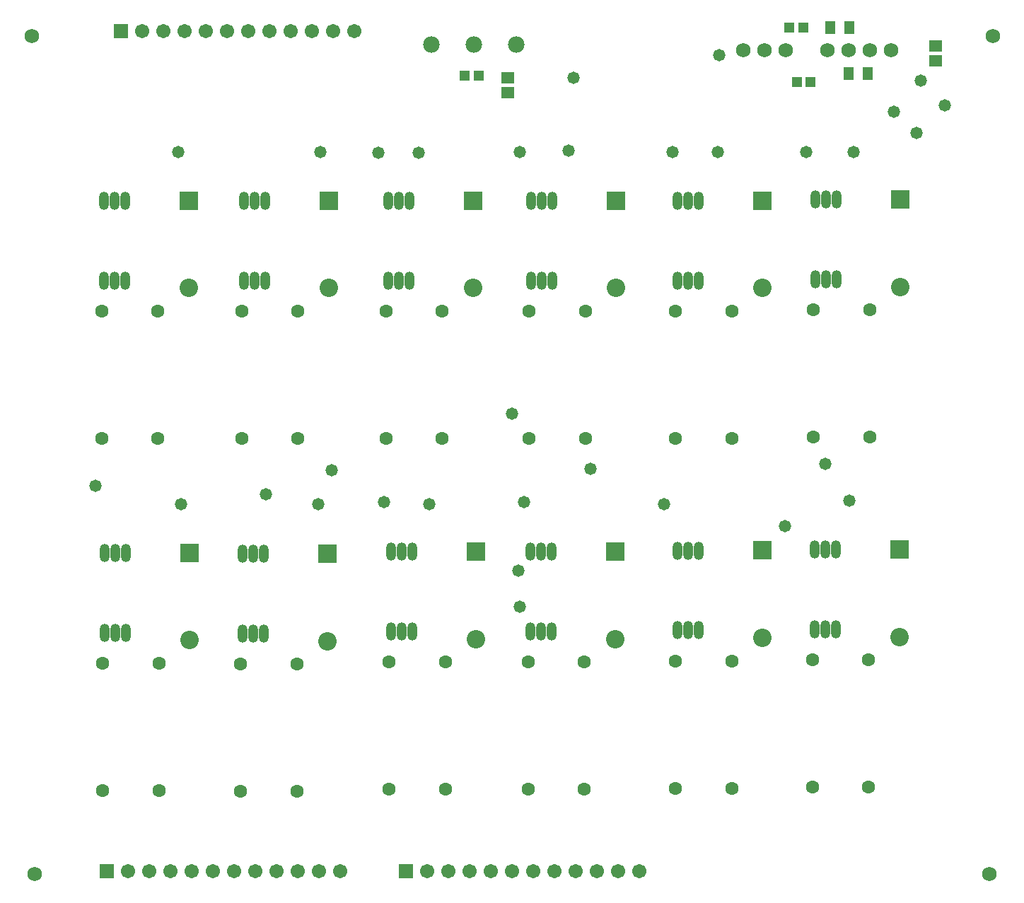
<source format=gbs>
G04 Layer_Color=16711935*
%FSLAX25Y25*%
%MOIN*%
G70*
G01*
G75*
%ADD33R,0.06312X0.05524*%
%ADD34C,0.07800*%
%ADD35C,0.06800*%
%ADD36R,0.08674X0.08674*%
%ADD37C,0.08674*%
%ADD38C,0.06312*%
%ADD39O,0.04737X0.08674*%
%ADD40O,0.04737X0.08674*%
%ADD41R,0.06706X0.06706*%
%ADD42C,0.06706*%
%ADD43C,0.05800*%
%ADD44R,0.05131X0.05131*%
%ADD45R,0.05131X0.05918*%
D33*
X240500Y-34457D02*
D03*
Y-41543D02*
D03*
X442000Y-19457D02*
D03*
Y-26543D02*
D03*
D34*
X204500Y-19000D02*
D03*
X224500D02*
D03*
X244500D02*
D03*
D35*
X351500Y-21500D02*
D03*
X361500D02*
D03*
X371500D02*
D03*
X391000D02*
D03*
X401000D02*
D03*
X411000D02*
D03*
X421000D02*
D03*
X469000Y-15000D02*
D03*
X467500Y-410000D02*
D03*
X17500D02*
D03*
X16000Y-15000D02*
D03*
D36*
X360500Y-92409D02*
D03*
X224000D02*
D03*
X291500D02*
D03*
X156000D02*
D03*
X90000D02*
D03*
X90500Y-258410D02*
D03*
X425500Y-91909D02*
D03*
X225500Y-257909D02*
D03*
X155500Y-258910D02*
D03*
X425000Y-256866D02*
D03*
X360500Y-257366D02*
D03*
X291000Y-257866D02*
D03*
D37*
X360500Y-133591D02*
D03*
X224000D02*
D03*
X291500D02*
D03*
X156000D02*
D03*
X90000D02*
D03*
X90500Y-299590D02*
D03*
X425500Y-133091D02*
D03*
X225500Y-299091D02*
D03*
X155500Y-300091D02*
D03*
X425000Y-298047D02*
D03*
X360500Y-298547D02*
D03*
X291000Y-299047D02*
D03*
D38*
X346000Y-144500D02*
D03*
Y-204500D02*
D03*
X319500Y-144500D02*
D03*
Y-204500D02*
D03*
X209500Y-144500D02*
D03*
Y-204500D02*
D03*
X183000Y-144500D02*
D03*
Y-204500D02*
D03*
X277000Y-144500D02*
D03*
Y-204500D02*
D03*
X250500Y-144500D02*
D03*
Y-204500D02*
D03*
X141500Y-144500D02*
D03*
Y-204500D02*
D03*
X115000Y-144500D02*
D03*
Y-204500D02*
D03*
X75500Y-144500D02*
D03*
Y-204500D02*
D03*
X49000Y-144500D02*
D03*
Y-204500D02*
D03*
X49500Y-370500D02*
D03*
Y-310500D02*
D03*
X76000Y-370500D02*
D03*
Y-310500D02*
D03*
X384500Y-204000D02*
D03*
Y-144000D02*
D03*
X411000Y-204000D02*
D03*
Y-144000D02*
D03*
X184500Y-370000D02*
D03*
Y-310000D02*
D03*
X211000Y-370000D02*
D03*
Y-310000D02*
D03*
X114500Y-371000D02*
D03*
Y-311000D02*
D03*
X141000Y-371000D02*
D03*
Y-311000D02*
D03*
X384000Y-368957D02*
D03*
Y-308957D02*
D03*
X410500Y-368957D02*
D03*
Y-308957D02*
D03*
X319500Y-369457D02*
D03*
Y-309457D02*
D03*
X346000Y-369457D02*
D03*
Y-309457D02*
D03*
X250000Y-369957D02*
D03*
Y-309957D02*
D03*
X276500Y-369957D02*
D03*
Y-309957D02*
D03*
D39*
X320500Y-92500D02*
D03*
X330500D02*
D03*
X320500Y-130043D02*
D03*
X330500D02*
D03*
X184000Y-92500D02*
D03*
X194000D02*
D03*
X184000Y-130043D02*
D03*
X194000D02*
D03*
X251500Y-92500D02*
D03*
X261500D02*
D03*
X251500Y-130043D02*
D03*
X261500D02*
D03*
X116000Y-92500D02*
D03*
X126000D02*
D03*
X116000Y-130043D02*
D03*
X126000D02*
D03*
X50000Y-92500D02*
D03*
X60000D02*
D03*
X50000Y-130043D02*
D03*
X60000D02*
D03*
X60500Y-296043D02*
D03*
X50500D02*
D03*
X60500Y-258500D02*
D03*
X50500D02*
D03*
X395500Y-129543D02*
D03*
X385500D02*
D03*
X395500Y-92000D02*
D03*
X385500D02*
D03*
X195500Y-295543D02*
D03*
X185500D02*
D03*
X195500Y-258000D02*
D03*
X185500D02*
D03*
X125500Y-296543D02*
D03*
X115500D02*
D03*
X125500Y-259000D02*
D03*
X115500D02*
D03*
X395000Y-294500D02*
D03*
X385000D02*
D03*
X395000Y-256957D02*
D03*
X385000D02*
D03*
X330500Y-295000D02*
D03*
X320500D02*
D03*
X330500Y-257457D02*
D03*
X320500D02*
D03*
X261000Y-295500D02*
D03*
X251000D02*
D03*
X261000Y-257957D02*
D03*
X251000D02*
D03*
D40*
X325500Y-92500D02*
D03*
X325500Y-130043D02*
D03*
X189000Y-92500D02*
D03*
X189000Y-130043D02*
D03*
X256500Y-92500D02*
D03*
X256500Y-130043D02*
D03*
X121000Y-92500D02*
D03*
X121000Y-130043D02*
D03*
X55000Y-92500D02*
D03*
X55000Y-130043D02*
D03*
X55500Y-296043D02*
D03*
X55500Y-258500D02*
D03*
X390500Y-129543D02*
D03*
X390500Y-92000D02*
D03*
X190500Y-295543D02*
D03*
X190500Y-258000D02*
D03*
X120500Y-296543D02*
D03*
X120500Y-259000D02*
D03*
X390000Y-294500D02*
D03*
X390000Y-256957D02*
D03*
X325500Y-295000D02*
D03*
X325500Y-257457D02*
D03*
X256000Y-295500D02*
D03*
X256000Y-257957D02*
D03*
D41*
X58000Y-12500D02*
D03*
X51500Y-408500D02*
D03*
X192500D02*
D03*
D42*
X68000Y-12500D02*
D03*
X78000D02*
D03*
X88000D02*
D03*
X98000D02*
D03*
X108000D02*
D03*
X118000D02*
D03*
X128000D02*
D03*
X138000D02*
D03*
X148000D02*
D03*
X158000D02*
D03*
X168000D02*
D03*
X61500Y-408500D02*
D03*
X71500D02*
D03*
X81500D02*
D03*
X91500D02*
D03*
X101500D02*
D03*
X111500D02*
D03*
X121500D02*
D03*
X131500D02*
D03*
X141500D02*
D03*
X151500D02*
D03*
X161500D02*
D03*
X202500D02*
D03*
X212500D02*
D03*
X222500D02*
D03*
X232500D02*
D03*
X242500D02*
D03*
X252500D02*
D03*
X262500D02*
D03*
X272500D02*
D03*
X282500D02*
D03*
X292500D02*
D03*
X302500D02*
D03*
D43*
X242500Y-193000D02*
D03*
X371000Y-246000D02*
D03*
X381043Y-69457D02*
D03*
X317957D02*
D03*
X246043D02*
D03*
X198500Y-70000D02*
D03*
X179413D02*
D03*
X157500Y-219500D02*
D03*
X85000Y-69500D02*
D03*
X152000D02*
D03*
X269000Y-69000D02*
D03*
X339500Y-69500D02*
D03*
X403500D02*
D03*
X46000Y-227000D02*
D03*
X86500Y-235500D02*
D03*
X126500Y-231000D02*
D03*
X151000Y-235500D02*
D03*
X182000Y-234500D02*
D03*
X203500Y-235500D02*
D03*
X248000Y-234500D02*
D03*
X279500Y-219000D02*
D03*
X314000Y-235500D02*
D03*
X390000Y-216500D02*
D03*
X401500Y-234000D02*
D03*
X340000Y-24000D02*
D03*
X271500Y-34500D02*
D03*
X435000Y-36000D02*
D03*
X422500Y-50500D02*
D03*
X433000Y-60500D02*
D03*
X245500Y-267000D02*
D03*
X246000Y-284000D02*
D03*
X446500Y-47500D02*
D03*
D44*
X373252Y-11000D02*
D03*
X379748D02*
D03*
X376752Y-36500D02*
D03*
X383248D02*
D03*
X220252Y-33500D02*
D03*
X226748D02*
D03*
D45*
X410028Y-32500D02*
D03*
X400972D02*
D03*
X392472Y-11000D02*
D03*
X401528D02*
D03*
M02*

</source>
